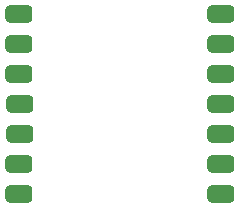
<source format=gbr>
%TF.GenerationSoftware,KiCad,Pcbnew,8.0.4*%
%TF.CreationDate,2024-10-12T11:12:09+09:00*%
%TF.ProjectId,XIAO_ButtonBatteryPCB,5849414f-5f42-4757-9474-6f6e42617474,rev?*%
%TF.SameCoordinates,Original*%
%TF.FileFunction,Paste,Top*%
%TF.FilePolarity,Positive*%
%FSLAX46Y46*%
G04 Gerber Fmt 4.6, Leading zero omitted, Abs format (unit mm)*
G04 Created by KiCad (PCBNEW 8.0.4) date 2024-10-12 11:12:09*
%MOMM*%
%LPD*%
G01*
G04 APERTURE LIST*
G04 Aperture macros list*
%AMRoundRect*
0 Rectangle with rounded corners*
0 $1 Rounding radius*
0 $2 $3 $4 $5 $6 $7 $8 $9 X,Y pos of 4 corners*
0 Add a 4 corners polygon primitive as box body*
4,1,4,$2,$3,$4,$5,$6,$7,$8,$9,$2,$3,0*
0 Add four circle primitives for the rounded corners*
1,1,$1+$1,$2,$3*
1,1,$1+$1,$4,$5*
1,1,$1+$1,$6,$7*
1,1,$1+$1,$8,$9*
0 Add four rect primitives between the rounded corners*
20,1,$1+$1,$2,$3,$4,$5,0*
20,1,$1+$1,$4,$5,$6,$7,0*
20,1,$1+$1,$6,$7,$8,$9,0*
20,1,$1+$1,$8,$9,$2,$3,0*%
G04 Aperture macros list end*
%ADD10RoundRect,0.381000X-0.762000X-0.381000X0.762000X-0.381000X0.762000X0.381000X-0.762000X0.381000X0*%
G04 APERTURE END LIST*
D10*
%TO.C,U1*%
X171200000Y-87840000D03*
X171200000Y-85300000D03*
X171200000Y-82760000D03*
X171200000Y-80220000D03*
X171200000Y-77680000D03*
X171200000Y-75140000D03*
X171200000Y-72600000D03*
X154164000Y-82720000D03*
X154164000Y-80220000D03*
X154134000Y-87840000D03*
X154134000Y-85300000D03*
X154134000Y-77680000D03*
X154134000Y-75140000D03*
X154134000Y-72600000D03*
%TD*%
M02*

</source>
